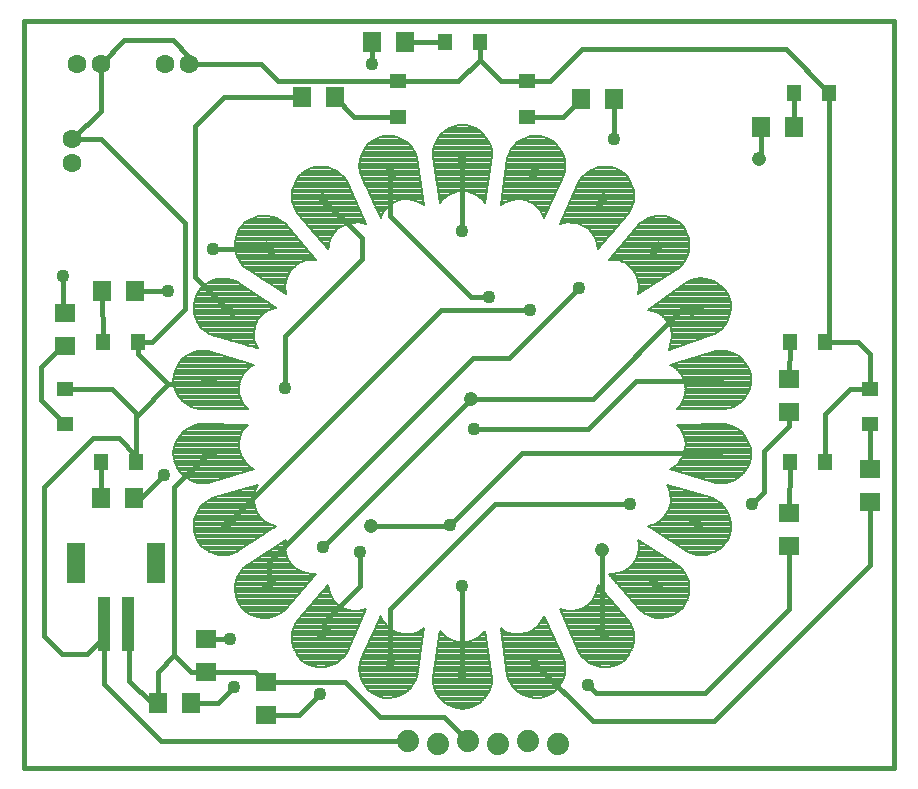
<source format=gtl>
G75*
%MOIN*%
%OFA0B0*%
%FSLAX25Y25*%
%IPPOS*%
%LPD*%
%AMOC8*
5,1,8,0,0,1.08239X$1,22.5*
%
%ADD10C,0.01600*%
%ADD11C,0.06299*%
%ADD12R,0.07087X0.06299*%
%ADD13R,0.06299X0.07087*%
%ADD14R,0.03937X0.18110*%
%ADD15R,0.06299X0.13386*%
%ADD16C,0.07400*%
%ADD17R,0.04724X0.05512*%
%ADD18R,0.05512X0.04724*%
%ADD19C,0.00800*%
%ADD20R,0.05000X0.02500*%
%ADD21R,0.02500X0.05000*%
%ADD22C,0.04756*%
%ADD23C,0.04362*%
D10*
X0099122Y0098622D02*
X0389122Y0098622D01*
X0389122Y0347622D01*
X0099122Y0347622D01*
X0099122Y0098622D01*
X0125622Y0126622D02*
X0144622Y0107622D01*
X0227122Y0107622D01*
X0217622Y0115622D02*
X0239122Y0115622D01*
X0247122Y0107622D01*
X0245122Y0130122D02*
X0245122Y0159122D01*
X0240622Y0179122D02*
X0241122Y0179622D01*
X0265122Y0203622D01*
X0329622Y0203622D01*
X0345622Y0204122D02*
X0345622Y0190622D01*
X0341622Y0186622D01*
X0354122Y0183634D02*
X0354217Y0200622D01*
X0345622Y0204122D02*
X0354110Y0212610D01*
X0354110Y0217122D01*
X0354122Y0217110D01*
X0354122Y0228134D02*
X0354217Y0240622D01*
X0366028Y0240622D02*
X0367528Y0242122D01*
X0367528Y0323622D01*
X0353028Y0338122D01*
X0285122Y0338122D01*
X0274528Y0327528D01*
X0266622Y0327528D01*
X0266528Y0327622D01*
X0258122Y0327622D01*
X0251028Y0334717D01*
X0243839Y0327528D01*
X0223622Y0327528D01*
X0183717Y0327528D01*
X0178122Y0333122D01*
X0154224Y0333122D01*
X0154059Y0333287D01*
X0154059Y0335685D01*
X0148622Y0341122D01*
X0132394Y0341122D01*
X0124559Y0333287D01*
X0124559Y0317661D01*
X0114957Y0308059D01*
X0124685Y0308059D01*
X0152622Y0280122D01*
X0152622Y0251622D01*
X0141622Y0240622D01*
X0137028Y0240622D01*
X0137028Y0236717D01*
X0147122Y0226622D01*
X0159622Y0226622D01*
X0160622Y0227622D01*
X0147122Y0226622D02*
X0136872Y0216372D01*
X0128217Y0225028D01*
X0112622Y0225028D01*
X0104622Y0221217D02*
X0104622Y0232122D01*
X0111610Y0239110D01*
X0112622Y0239110D01*
X0112622Y0250134D02*
X0112122Y0250634D01*
X0112122Y0262622D01*
X0125110Y0257622D02*
X0125217Y0240622D01*
X0136134Y0257622D02*
X0147122Y0257622D01*
X0156122Y0262122D02*
X0156122Y0312622D01*
X0165622Y0322122D01*
X0191610Y0322122D01*
X0202634Y0322122D02*
X0209039Y0315717D01*
X0223622Y0315717D01*
X0221122Y0297622D02*
X0221122Y0282622D01*
X0248122Y0255622D01*
X0254122Y0255622D01*
X0267622Y0251122D02*
X0238122Y0251122D01*
X0167122Y0180122D01*
X0180622Y0167122D02*
X0248622Y0235122D01*
X0260622Y0235122D01*
X0284122Y0258622D01*
X0318122Y0251122D02*
X0288622Y0221622D01*
X0248122Y0221622D01*
X0198622Y0172122D01*
X0211122Y0170622D02*
X0211122Y0159122D01*
X0199122Y0147122D01*
X0199122Y0143622D01*
X0180622Y0159622D02*
X0180622Y0167122D01*
X0167622Y0141622D02*
X0159634Y0141622D01*
X0159622Y0141634D01*
X0149122Y0136122D02*
X0143610Y0130610D01*
X0143610Y0120122D01*
X0141622Y0120122D01*
X0134122Y0127622D01*
X0134122Y0145992D01*
X0133559Y0146555D01*
X0125685Y0146555D02*
X0125622Y0146492D01*
X0125622Y0142122D01*
X0125622Y0126622D01*
X0120122Y0136622D02*
X0125622Y0142122D01*
X0120122Y0136622D02*
X0111622Y0136622D01*
X0105622Y0142622D01*
X0105622Y0192122D01*
X0122122Y0208622D01*
X0130622Y0208622D01*
X0136528Y0202717D01*
X0136528Y0200622D01*
X0136528Y0200217D01*
X0136528Y0200622D02*
X0136528Y0216028D01*
X0136872Y0216372D01*
X0124717Y0200622D02*
X0124610Y0188622D01*
X0135634Y0188622D02*
X0138122Y0188622D01*
X0145622Y0196122D01*
X0149122Y0192122D02*
X0160622Y0203622D01*
X0149122Y0192122D02*
X0149122Y0136122D01*
X0154634Y0130610D01*
X0159622Y0130610D01*
X0176146Y0130610D01*
X0179622Y0127134D01*
X0206110Y0127134D01*
X0217622Y0115622D01*
X0221122Y0133622D02*
X0221122Y0151622D01*
X0256122Y0186622D01*
X0301122Y0186622D01*
X0291622Y0171122D02*
X0291622Y0143622D01*
X0287122Y0126122D02*
X0289622Y0123622D01*
X0326122Y0123622D01*
X0354122Y0151622D01*
X0354122Y0172610D01*
X0381122Y0166122D02*
X0329122Y0114122D01*
X0288622Y0114122D01*
X0269122Y0133622D01*
X0240622Y0179122D02*
X0214622Y0179122D01*
X0249122Y0211622D02*
X0287122Y0211622D01*
X0303122Y0227622D01*
X0329622Y0227622D01*
X0323122Y0251122D02*
X0318122Y0251122D01*
X0366028Y0240622D02*
X0377122Y0240622D01*
X0381122Y0236622D01*
X0381122Y0225028D01*
X0374528Y0225028D01*
X0366122Y0216622D01*
X0366122Y0200717D01*
X0366028Y0200622D01*
X0381122Y0198134D02*
X0381122Y0213217D01*
X0381122Y0187110D02*
X0381122Y0166122D01*
X0245122Y0277622D02*
X0245122Y0301122D01*
X0266622Y0315717D02*
X0278705Y0315717D01*
X0284610Y0321622D01*
X0295622Y0321610D02*
X0295634Y0321622D01*
X0295622Y0321610D02*
X0295622Y0308122D01*
X0251028Y0334717D02*
X0251028Y0340622D01*
X0239217Y0340622D02*
X0226134Y0340622D01*
X0215122Y0340610D02*
X0215122Y0333122D01*
X0215122Y0340610D02*
X0215110Y0340622D01*
X0199122Y0287622D02*
X0211622Y0275122D01*
X0211622Y0268122D01*
X0186122Y0242622D01*
X0186122Y0225122D01*
X0167122Y0251122D02*
X0156122Y0262122D01*
X0162122Y0271622D02*
X0180622Y0271622D01*
X0112622Y0213217D02*
X0104622Y0221217D01*
X0169122Y0125622D02*
X0163622Y0120122D01*
X0154634Y0120122D01*
X0179622Y0116110D02*
X0190610Y0116110D01*
X0197622Y0123122D01*
X0344122Y0301622D02*
X0344610Y0302110D01*
X0344610Y0312122D01*
X0355634Y0312122D02*
X0355634Y0323622D01*
X0355717Y0323622D01*
D11*
X0154059Y0333287D03*
X0146185Y0333287D03*
X0124559Y0333287D03*
X0116685Y0333287D03*
X0114957Y0308059D03*
X0114957Y0300185D03*
D12*
X0112622Y0250134D03*
X0112622Y0239110D03*
X0159622Y0141634D03*
X0159622Y0130610D03*
X0179622Y0127134D03*
X0179622Y0116110D03*
X0354122Y0172610D03*
X0354122Y0183634D03*
X0381122Y0187110D03*
X0381122Y0198134D03*
X0354122Y0217110D03*
X0354122Y0228134D03*
D13*
X0355634Y0312122D03*
X0344610Y0312122D03*
X0295634Y0321622D03*
X0284610Y0321622D03*
X0226134Y0340622D03*
X0215110Y0340622D03*
X0202634Y0322122D03*
X0191610Y0322122D03*
X0136134Y0257622D03*
X0125110Y0257622D03*
X0124610Y0188622D03*
X0135634Y0188622D03*
X0143610Y0120122D03*
X0154634Y0120122D03*
D14*
X0133559Y0146555D03*
X0125685Y0146555D03*
D15*
X0116236Y0167028D03*
X0143008Y0167028D03*
D16*
X0227122Y0107622D03*
X0237122Y0106622D03*
X0247122Y0107622D03*
X0257122Y0106622D03*
X0267122Y0107622D03*
X0277122Y0106622D03*
D17*
X0354217Y0200622D03*
X0366028Y0200622D03*
X0366028Y0240622D03*
X0354217Y0240622D03*
X0355717Y0323622D03*
X0367528Y0323622D03*
X0251028Y0340622D03*
X0239217Y0340622D03*
X0137028Y0240622D03*
X0125217Y0240622D03*
X0124717Y0200622D03*
X0136528Y0200622D03*
D18*
X0112622Y0213217D03*
X0112622Y0225028D03*
X0223622Y0315717D03*
X0223622Y0327528D03*
X0266622Y0327528D03*
X0266622Y0315717D03*
X0381122Y0225028D03*
X0381122Y0213217D03*
D19*
X0341207Y0205077D02*
X0340788Y0206596D01*
X0340136Y0208031D01*
X0339268Y0209346D01*
X0338205Y0210509D01*
X0336973Y0211491D01*
X0335603Y0212269D01*
X0334128Y0212823D01*
X0332585Y0213139D01*
X0316661Y0213047D01*
X0317642Y0211967D01*
X0318439Y0210744D01*
X0319031Y0209409D01*
X0319402Y0207997D01*
X0319544Y0206545D01*
X0319452Y0205088D01*
X0319128Y0203664D01*
X0318583Y0202310D01*
X0317828Y0201061D01*
X0316883Y0199947D01*
X0315774Y0198999D01*
X0314527Y0198240D01*
X0329777Y0193656D01*
X0331347Y0193523D01*
X0332918Y0193638D01*
X0334453Y0193997D01*
X0335912Y0194592D01*
X0337260Y0195408D01*
X0338464Y0196424D01*
X0339494Y0197616D01*
X0340325Y0198955D01*
X0340936Y0200407D01*
X0341312Y0201937D01*
X0341383Y0203511D01*
X0341207Y0205077D01*
X0341213Y0205026D02*
X0319437Y0205026D01*
X0319498Y0205824D02*
X0341001Y0205824D01*
X0340776Y0206623D02*
X0319536Y0206623D01*
X0319458Y0207421D02*
X0340413Y0207421D01*
X0340011Y0208220D02*
X0319344Y0208220D01*
X0319134Y0209018D02*
X0339484Y0209018D01*
X0338838Y0209817D02*
X0318850Y0209817D01*
X0318496Y0210615D02*
X0338072Y0210615D01*
X0337071Y0211414D02*
X0318003Y0211414D01*
X0317420Y0212212D02*
X0335704Y0212212D01*
X0333212Y0213011D02*
X0316694Y0213011D01*
X0316661Y0218197D02*
X0332585Y0218105D01*
X0334128Y0218421D01*
X0335603Y0218975D01*
X0336974Y0219753D01*
X0338205Y0220735D01*
X0339268Y0221898D01*
X0340136Y0223213D01*
X0340788Y0224648D01*
X0341207Y0226167D01*
X0341383Y0227733D01*
X0341312Y0229307D01*
X0340936Y0230837D01*
X0340324Y0232289D01*
X0339494Y0233628D01*
X0338464Y0234820D01*
X0337260Y0235836D01*
X0335912Y0236652D01*
X0334453Y0237247D01*
X0332918Y0237606D01*
X0331347Y0237721D01*
X0329777Y0237589D01*
X0314527Y0233004D01*
X0315774Y0232245D01*
X0316883Y0231297D01*
X0317828Y0230183D01*
X0318583Y0228934D01*
X0319128Y0227580D01*
X0319452Y0226156D01*
X0319544Y0224700D01*
X0319402Y0223247D01*
X0319031Y0221835D01*
X0318439Y0220500D01*
X0317642Y0219277D01*
X0316661Y0218197D01*
X0317027Y0218600D02*
X0334605Y0218600D01*
X0336350Y0219399D02*
X0317722Y0219399D01*
X0318242Y0220197D02*
X0337531Y0220197D01*
X0338444Y0220996D02*
X0318659Y0220996D01*
X0319013Y0221794D02*
X0339173Y0221794D01*
X0339727Y0222593D02*
X0319230Y0222593D01*
X0319416Y0223391D02*
X0340217Y0223391D01*
X0340580Y0224190D02*
X0319494Y0224190D01*
X0319525Y0224988D02*
X0340882Y0224988D01*
X0341102Y0225787D02*
X0319475Y0225787D01*
X0319354Y0226585D02*
X0341254Y0226585D01*
X0341344Y0227384D02*
X0319173Y0227384D01*
X0318886Y0228182D02*
X0341363Y0228182D01*
X0341327Y0228981D02*
X0318554Y0228981D01*
X0318072Y0229779D02*
X0341196Y0229779D01*
X0340999Y0230578D02*
X0317493Y0230578D01*
X0316790Y0231376D02*
X0340709Y0231376D01*
X0340372Y0232175D02*
X0315856Y0232175D01*
X0314578Y0232973D02*
X0339900Y0232973D01*
X0339369Y0233772D02*
X0317080Y0233772D01*
X0319737Y0234570D02*
X0338679Y0234570D01*
X0337813Y0235369D02*
X0322393Y0235369D01*
X0325049Y0236167D02*
X0336712Y0236167D01*
X0335142Y0236966D02*
X0327706Y0236966D01*
X0322700Y0240959D02*
X0314866Y0240959D01*
X0314849Y0240762D02*
X0314491Y0239347D01*
X0313912Y0238006D01*
X0329008Y0243077D01*
X0330366Y0243877D01*
X0331582Y0244878D01*
X0332626Y0246058D01*
X0333473Y0247387D01*
X0334102Y0248831D01*
X0334497Y0250357D01*
X0334649Y0251925D01*
X0334554Y0253498D01*
X0334213Y0255036D01*
X0333636Y0256502D01*
X0332785Y0257828D01*
X0331736Y0259004D01*
X0330516Y0260001D01*
X0329155Y0260796D01*
X0327687Y0261367D01*
X0326148Y0261703D01*
X0324574Y0261793D01*
X0323007Y0261636D01*
X0321483Y0261235D01*
X0320040Y0260601D01*
X0307097Y0251325D01*
X0308523Y0251010D01*
X0309880Y0250472D01*
X0311134Y0249725D01*
X0312253Y0248787D01*
X0313208Y0247683D01*
X0313975Y0246441D01*
X0314534Y0245093D01*
X0314870Y0243672D01*
X0314976Y0242216D01*
X0314849Y0240762D01*
X0314697Y0240160D02*
X0320323Y0240160D01*
X0317946Y0239362D02*
X0314495Y0239362D01*
X0314153Y0238563D02*
X0315569Y0238563D01*
X0314936Y0241757D02*
X0325077Y0241757D01*
X0327454Y0242556D02*
X0314952Y0242556D01*
X0314894Y0243354D02*
X0329478Y0243354D01*
X0330701Y0244153D02*
X0314756Y0244153D01*
X0314567Y0244951D02*
X0331646Y0244951D01*
X0332353Y0245750D02*
X0314261Y0245750D01*
X0313909Y0246548D02*
X0332939Y0246548D01*
X0333448Y0247347D02*
X0313416Y0247347D01*
X0312808Y0248145D02*
X0333804Y0248145D01*
X0334131Y0248944D02*
X0312066Y0248944D01*
X0311105Y0249742D02*
X0334338Y0249742D01*
X0334515Y0250541D02*
X0309707Y0250541D01*
X0308232Y0252138D02*
X0334636Y0252138D01*
X0334588Y0252936D02*
X0309346Y0252936D01*
X0310460Y0253735D02*
X0334501Y0253735D01*
X0334324Y0254533D02*
X0311574Y0254533D01*
X0312688Y0255332D02*
X0334097Y0255332D01*
X0333783Y0256130D02*
X0313802Y0256130D01*
X0314916Y0256929D02*
X0333362Y0256929D01*
X0332849Y0257727D02*
X0316030Y0257727D01*
X0317144Y0258526D02*
X0332162Y0258526D01*
X0331344Y0259324D02*
X0318259Y0259324D01*
X0319373Y0260123D02*
X0330308Y0260123D01*
X0328833Y0260921D02*
X0320768Y0260921D01*
X0323848Y0261720D02*
X0325845Y0261720D01*
X0319128Y0267309D02*
X0298509Y0267309D01*
X0298313Y0267406D02*
X0299623Y0266762D01*
X0300814Y0265918D01*
X0301855Y0264894D01*
X0302720Y0263718D01*
X0303386Y0262419D01*
X0303836Y0261030D01*
X0304059Y0259588D01*
X0304049Y0258128D01*
X0303807Y0256688D01*
X0317257Y0265214D01*
X0318385Y0266314D01*
X0319327Y0267577D01*
X0320060Y0268971D01*
X0320566Y0270464D01*
X0320832Y0272017D01*
X0320852Y0273592D01*
X0320625Y0275151D01*
X0320157Y0276656D01*
X0319459Y0278069D01*
X0318549Y0279355D01*
X0317406Y0280439D01*
X0316107Y0281331D01*
X0314685Y0282009D01*
X0313174Y0282456D01*
X0311611Y0282661D01*
X0310036Y0282619D01*
X0308487Y0282331D01*
X0307002Y0281805D01*
X0305618Y0281052D01*
X0304368Y0280093D01*
X0294011Y0267996D01*
X0295471Y0268031D01*
X0296917Y0267832D01*
X0298313Y0267406D01*
X0299978Y0266511D02*
X0318532Y0266511D01*
X0317768Y0265712D02*
X0301023Y0265712D01*
X0301835Y0264914D02*
X0316784Y0264914D01*
X0315524Y0264115D02*
X0302428Y0264115D01*
X0302925Y0263317D02*
X0314264Y0263317D01*
X0313005Y0262518D02*
X0303335Y0262518D01*
X0303612Y0261720D02*
X0311745Y0261720D01*
X0310485Y0260921D02*
X0303853Y0260921D01*
X0303976Y0260123D02*
X0309225Y0260123D01*
X0307966Y0259324D02*
X0304057Y0259324D01*
X0304052Y0258526D02*
X0306706Y0258526D01*
X0305446Y0257727D02*
X0303982Y0257727D01*
X0303847Y0256929D02*
X0304186Y0256929D01*
X0307118Y0251339D02*
X0334592Y0251339D01*
X0319606Y0268108D02*
X0294107Y0268108D01*
X0294791Y0268906D02*
X0320026Y0268906D01*
X0320308Y0269705D02*
X0295474Y0269705D01*
X0296158Y0270503D02*
X0320572Y0270503D01*
X0320709Y0271302D02*
X0296842Y0271302D01*
X0297525Y0272100D02*
X0320833Y0272100D01*
X0320843Y0272899D02*
X0298209Y0272899D01*
X0298893Y0273698D02*
X0320836Y0273698D01*
X0320720Y0274496D02*
X0299576Y0274496D01*
X0300260Y0275295D02*
X0320580Y0275295D01*
X0320332Y0276093D02*
X0300944Y0276093D01*
X0301627Y0276892D02*
X0320041Y0276892D01*
X0319646Y0277690D02*
X0302311Y0277690D01*
X0302995Y0278489D02*
X0319162Y0278489D01*
X0318598Y0279287D02*
X0303678Y0279287D01*
X0304362Y0280086D02*
X0317779Y0280086D01*
X0316758Y0280884D02*
X0305399Y0280884D01*
X0306778Y0281683D02*
X0315369Y0281683D01*
X0312979Y0282481D02*
X0309295Y0282481D01*
X0301527Y0285004D02*
X0302074Y0286481D01*
X0302384Y0288026D01*
X0302447Y0289601D01*
X0302264Y0291166D01*
X0301838Y0292683D01*
X0301181Y0294114D01*
X0300307Y0295426D01*
X0299239Y0296584D01*
X0298003Y0297561D01*
X0296600Y0298278D01*
X0295102Y0298767D01*
X0293546Y0299016D01*
X0291970Y0299018D01*
X0290414Y0298773D01*
X0288915Y0298288D01*
X0287510Y0297575D01*
X0286234Y0296651D01*
X0285118Y0295538D01*
X0284190Y0294265D01*
X0277670Y0279736D01*
X0279061Y0280181D01*
X0280504Y0280399D01*
X0281964Y0280384D01*
X0283402Y0280137D01*
X0284783Y0279663D01*
X0286071Y0278975D01*
X0287232Y0278091D01*
X0288238Y0277032D01*
X0289062Y0275827D01*
X0289683Y0274506D01*
X0290086Y0273103D01*
X0290260Y0271654D01*
X0300755Y0283630D01*
X0301527Y0285004D01*
X0301456Y0284877D02*
X0279977Y0284877D01*
X0280336Y0285675D02*
X0301776Y0285675D01*
X0302071Y0286474D02*
X0280694Y0286474D01*
X0281052Y0287272D02*
X0302233Y0287272D01*
X0302385Y0288071D02*
X0281411Y0288071D01*
X0281769Y0288869D02*
X0302418Y0288869D01*
X0302440Y0289668D02*
X0282127Y0289668D01*
X0282486Y0290466D02*
X0302346Y0290466D01*
X0302236Y0291265D02*
X0282844Y0291265D01*
X0283202Y0292063D02*
X0302012Y0292063D01*
X0301756Y0292862D02*
X0283561Y0292862D01*
X0283919Y0293660D02*
X0301389Y0293660D01*
X0300951Y0294459D02*
X0284332Y0294459D01*
X0284914Y0295257D02*
X0300419Y0295257D01*
X0299726Y0296056D02*
X0285637Y0296056D01*
X0286515Y0296854D02*
X0298897Y0296854D01*
X0297823Y0297653D02*
X0287663Y0297653D01*
X0289419Y0298451D02*
X0296069Y0298451D01*
X0301007Y0284078D02*
X0279619Y0284078D01*
X0279260Y0283280D02*
X0300448Y0283280D01*
X0299749Y0282481D02*
X0278902Y0282481D01*
X0278544Y0281683D02*
X0299049Y0281683D01*
X0298349Y0280884D02*
X0278185Y0280884D01*
X0277827Y0280086D02*
X0278761Y0280086D01*
X0283551Y0280086D02*
X0297649Y0280086D01*
X0296949Y0279287D02*
X0285487Y0279287D01*
X0286710Y0278489D02*
X0296250Y0278489D01*
X0295550Y0277690D02*
X0287613Y0277690D01*
X0288334Y0276892D02*
X0294850Y0276892D01*
X0294150Y0276093D02*
X0288880Y0276093D01*
X0289312Y0275295D02*
X0293450Y0275295D01*
X0292751Y0274496D02*
X0289686Y0274496D01*
X0289915Y0273698D02*
X0292051Y0273698D01*
X0291351Y0272899D02*
X0290110Y0272899D01*
X0290206Y0272100D02*
X0290651Y0272100D01*
X0274062Y0285675D02*
X0269885Y0285675D01*
X0269996Y0285584D02*
X0270965Y0284493D01*
X0271748Y0283260D01*
X0272324Y0281919D01*
X0279011Y0296371D01*
X0279363Y0297907D01*
X0279471Y0299479D01*
X0279332Y0301048D01*
X0278948Y0302577D01*
X0278331Y0304026D01*
X0277494Y0305361D01*
X0276459Y0306549D01*
X0275250Y0307560D01*
X0273899Y0308370D01*
X0272437Y0308958D01*
X0270889Y0309250D01*
X0269314Y0309296D01*
X0267751Y0309095D01*
X0266239Y0308652D01*
X0264815Y0307978D01*
X0263513Y0307090D01*
X0262367Y0306009D01*
X0261404Y0304762D01*
X0260648Y0303380D01*
X0260117Y0301896D01*
X0257964Y0286118D01*
X0259172Y0286938D01*
X0260496Y0287554D01*
X0261900Y0287952D01*
X0263350Y0288121D01*
X0264809Y0288056D01*
X0266238Y0287760D01*
X0267602Y0287239D01*
X0268865Y0286508D01*
X0269996Y0285584D01*
X0270624Y0284877D02*
X0273692Y0284877D01*
X0273323Y0284078D02*
X0271228Y0284078D01*
X0271735Y0283280D02*
X0272953Y0283280D01*
X0272584Y0282481D02*
X0272082Y0282481D01*
X0274431Y0286474D02*
X0268907Y0286474D01*
X0267515Y0287272D02*
X0274801Y0287272D01*
X0275170Y0288071D02*
X0264474Y0288071D01*
X0262922Y0288071D02*
X0258231Y0288071D01*
X0258340Y0288869D02*
X0275540Y0288869D01*
X0275909Y0289668D02*
X0258449Y0289668D01*
X0258558Y0290466D02*
X0276279Y0290466D01*
X0276648Y0291265D02*
X0258667Y0291265D01*
X0258776Y0292063D02*
X0277018Y0292063D01*
X0277387Y0292862D02*
X0258885Y0292862D01*
X0258993Y0293660D02*
X0277757Y0293660D01*
X0278126Y0294459D02*
X0259102Y0294459D01*
X0259211Y0295257D02*
X0278496Y0295257D01*
X0278865Y0296056D02*
X0259320Y0296056D01*
X0259429Y0296854D02*
X0279122Y0296854D01*
X0279305Y0297653D02*
X0259538Y0297653D01*
X0259647Y0298451D02*
X0279401Y0298451D01*
X0279455Y0299250D02*
X0259756Y0299250D01*
X0259865Y0300048D02*
X0279420Y0300048D01*
X0279349Y0300847D02*
X0259974Y0300847D01*
X0260083Y0301645D02*
X0279182Y0301645D01*
X0278982Y0302444D02*
X0260313Y0302444D01*
X0260599Y0303242D02*
X0278665Y0303242D01*
X0278321Y0304041D02*
X0261010Y0304041D01*
X0261464Y0304839D02*
X0277821Y0304839D01*
X0277253Y0305638D02*
X0262081Y0305638D01*
X0262820Y0306436D02*
X0276557Y0306436D01*
X0275639Y0307235D02*
X0263726Y0307235D01*
X0264931Y0308034D02*
X0274460Y0308034D01*
X0272751Y0308832D02*
X0266852Y0308832D01*
X0254534Y0305809D02*
X0253960Y0307276D01*
X0253163Y0308635D01*
X0252163Y0309853D01*
X0250985Y0310900D01*
X0249658Y0311749D01*
X0248215Y0312381D01*
X0246690Y0312779D01*
X0245122Y0312933D01*
X0243554Y0312779D01*
X0242029Y0312381D01*
X0240586Y0311749D01*
X0239259Y0310900D01*
X0238081Y0309853D01*
X0237081Y0308635D01*
X0236285Y0307276D01*
X0235710Y0305809D01*
X0235372Y0304270D01*
X0235280Y0302697D01*
X0237642Y0286949D01*
X0238571Y0288075D01*
X0239668Y0289038D01*
X0240905Y0289814D01*
X0242249Y0290383D01*
X0243667Y0290730D01*
X0245122Y0290847D01*
X0246577Y0290730D01*
X0247995Y0290383D01*
X0249339Y0289814D01*
X0250576Y0289038D01*
X0251673Y0288075D01*
X0252602Y0286949D01*
X0254965Y0302697D01*
X0254872Y0304270D01*
X0254534Y0305809D01*
X0254571Y0305638D02*
X0235673Y0305638D01*
X0235497Y0304839D02*
X0254747Y0304839D01*
X0254885Y0304041D02*
X0235359Y0304041D01*
X0235312Y0303242D02*
X0254932Y0303242D01*
X0254927Y0302444D02*
X0235317Y0302444D01*
X0235437Y0301645D02*
X0254807Y0301645D01*
X0254687Y0300847D02*
X0235557Y0300847D01*
X0235677Y0300048D02*
X0254567Y0300048D01*
X0254448Y0299250D02*
X0235797Y0299250D01*
X0235916Y0298451D02*
X0254328Y0298451D01*
X0254208Y0297653D02*
X0236036Y0297653D01*
X0236156Y0296854D02*
X0254088Y0296854D01*
X0253968Y0296056D02*
X0236276Y0296056D01*
X0236395Y0295257D02*
X0253849Y0295257D01*
X0253729Y0294459D02*
X0236515Y0294459D01*
X0236635Y0293660D02*
X0253609Y0293660D01*
X0253489Y0292862D02*
X0236755Y0292862D01*
X0236875Y0292063D02*
X0253370Y0292063D01*
X0253250Y0291265D02*
X0236994Y0291265D01*
X0237114Y0290466D02*
X0242591Y0290466D01*
X0240672Y0289668D02*
X0237234Y0289668D01*
X0237354Y0288869D02*
X0239476Y0288869D01*
X0238568Y0288071D02*
X0237473Y0288071D01*
X0237593Y0287272D02*
X0237909Y0287272D01*
X0232231Y0286474D02*
X0231755Y0286474D01*
X0232280Y0286118D02*
X0230127Y0301896D01*
X0229596Y0303380D01*
X0228840Y0304762D01*
X0227877Y0306009D01*
X0226731Y0307090D01*
X0225430Y0307979D01*
X0224005Y0308653D01*
X0222493Y0309095D01*
X0220930Y0309296D01*
X0219355Y0309250D01*
X0217807Y0308958D01*
X0216345Y0308370D01*
X0214994Y0307560D01*
X0213785Y0306549D01*
X0212750Y0305361D01*
X0211913Y0304026D01*
X0211296Y0302577D01*
X0210913Y0301048D01*
X0210773Y0299479D01*
X0210881Y0297907D01*
X0211233Y0296371D01*
X0217920Y0281919D01*
X0218496Y0283260D01*
X0219279Y0284493D01*
X0220248Y0285584D01*
X0221379Y0286508D01*
X0222642Y0287239D01*
X0224006Y0287760D01*
X0225435Y0288056D01*
X0226894Y0288121D01*
X0228344Y0287952D01*
X0229748Y0287554D01*
X0231072Y0286938D01*
X0232280Y0286118D01*
X0232122Y0287272D02*
X0230354Y0287272D01*
X0232013Y0288071D02*
X0227322Y0288071D01*
X0225770Y0288071D02*
X0215074Y0288071D01*
X0214704Y0288869D02*
X0231904Y0288869D01*
X0231795Y0289668D02*
X0214335Y0289668D01*
X0213965Y0290466D02*
X0231686Y0290466D01*
X0231577Y0291265D02*
X0213596Y0291265D01*
X0213226Y0292063D02*
X0231468Y0292063D01*
X0231360Y0292862D02*
X0212857Y0292862D01*
X0212487Y0293660D02*
X0231251Y0293660D01*
X0231142Y0294459D02*
X0212118Y0294459D01*
X0211748Y0295257D02*
X0231033Y0295257D01*
X0230924Y0296056D02*
X0211379Y0296056D01*
X0211122Y0296854D02*
X0230815Y0296854D01*
X0230706Y0297653D02*
X0210939Y0297653D01*
X0210844Y0298451D02*
X0230597Y0298451D01*
X0230488Y0299250D02*
X0210789Y0299250D01*
X0210824Y0300048D02*
X0230379Y0300048D01*
X0230270Y0300847D02*
X0210895Y0300847D01*
X0211062Y0301645D02*
X0230161Y0301645D01*
X0229931Y0302444D02*
X0211263Y0302444D01*
X0211580Y0303242D02*
X0229645Y0303242D01*
X0229235Y0304041D02*
X0211923Y0304041D01*
X0212423Y0304839D02*
X0228780Y0304839D01*
X0228164Y0305638D02*
X0212991Y0305638D01*
X0213687Y0306436D02*
X0227424Y0306436D01*
X0226519Y0307235D02*
X0214605Y0307235D01*
X0215784Y0308034D02*
X0225313Y0308034D01*
X0223392Y0308832D02*
X0217493Y0308832D01*
X0205107Y0296056D02*
X0191018Y0296056D01*
X0191505Y0296584D02*
X0190437Y0295426D01*
X0189564Y0294114D01*
X0188906Y0292683D01*
X0188480Y0291166D01*
X0188297Y0289601D01*
X0188361Y0288026D01*
X0188670Y0286481D01*
X0189217Y0285004D01*
X0189989Y0283630D01*
X0200484Y0271654D01*
X0200658Y0273103D01*
X0201061Y0274506D01*
X0201682Y0275827D01*
X0202506Y0277032D01*
X0203512Y0278091D01*
X0204673Y0278975D01*
X0205961Y0279663D01*
X0207342Y0280137D01*
X0208780Y0280384D01*
X0210240Y0280399D01*
X0211684Y0280181D01*
X0213074Y0279736D01*
X0206554Y0294265D01*
X0205626Y0295538D01*
X0204510Y0296651D01*
X0203234Y0297575D01*
X0201829Y0298289D01*
X0200330Y0298773D01*
X0198774Y0299018D01*
X0197198Y0299016D01*
X0195642Y0298767D01*
X0194144Y0298278D01*
X0192741Y0297561D01*
X0191505Y0296584D01*
X0191847Y0296854D02*
X0204229Y0296854D01*
X0203081Y0297653D02*
X0192921Y0297653D01*
X0194675Y0298451D02*
X0201326Y0298451D01*
X0205830Y0295257D02*
X0190325Y0295257D01*
X0189793Y0294459D02*
X0206412Y0294459D01*
X0206825Y0293660D02*
X0189355Y0293660D01*
X0188988Y0292862D02*
X0207183Y0292862D01*
X0207542Y0292063D02*
X0188732Y0292063D01*
X0188508Y0291265D02*
X0207900Y0291265D01*
X0208258Y0290466D02*
X0188398Y0290466D01*
X0188305Y0289668D02*
X0208617Y0289668D01*
X0208975Y0288869D02*
X0188326Y0288869D01*
X0188359Y0288071D02*
X0209333Y0288071D01*
X0209692Y0287272D02*
X0188512Y0287272D01*
X0188673Y0286474D02*
X0210050Y0286474D01*
X0210409Y0285675D02*
X0188968Y0285675D01*
X0189288Y0284877D02*
X0210767Y0284877D01*
X0211125Y0284078D02*
X0189737Y0284078D01*
X0190296Y0283280D02*
X0211484Y0283280D01*
X0211842Y0282481D02*
X0190995Y0282481D01*
X0191695Y0281683D02*
X0212200Y0281683D01*
X0212559Y0280884D02*
X0192395Y0280884D01*
X0193095Y0280086D02*
X0207193Y0280086D01*
X0205257Y0279287D02*
X0193795Y0279287D01*
X0194494Y0278489D02*
X0204034Y0278489D01*
X0203131Y0277690D02*
X0195194Y0277690D01*
X0195894Y0276892D02*
X0202410Y0276892D01*
X0201864Y0276093D02*
X0196594Y0276093D01*
X0197294Y0275295D02*
X0201432Y0275295D01*
X0201058Y0274496D02*
X0197993Y0274496D01*
X0198693Y0273698D02*
X0200829Y0273698D01*
X0200634Y0272899D02*
X0199393Y0272899D01*
X0200093Y0272100D02*
X0200538Y0272100D01*
X0196137Y0268108D02*
X0170638Y0268108D01*
X0170917Y0267577D02*
X0171859Y0266314D01*
X0172987Y0265214D01*
X0186437Y0256688D01*
X0186195Y0258128D01*
X0186185Y0259588D01*
X0186408Y0261030D01*
X0186858Y0262419D01*
X0187524Y0263718D01*
X0188389Y0264894D01*
X0189430Y0265918D01*
X0190621Y0266762D01*
X0191931Y0267406D01*
X0193327Y0267832D01*
X0194773Y0268031D01*
X0196233Y0267996D01*
X0185876Y0280093D01*
X0184626Y0281052D01*
X0183242Y0281805D01*
X0181757Y0282331D01*
X0180208Y0282619D01*
X0178633Y0282661D01*
X0177070Y0282456D01*
X0175559Y0282009D01*
X0174137Y0281331D01*
X0172838Y0280439D01*
X0171695Y0279355D01*
X0170785Y0278069D01*
X0170087Y0276656D01*
X0169619Y0275151D01*
X0169393Y0273592D01*
X0169413Y0272017D01*
X0169679Y0270464D01*
X0170184Y0268971D01*
X0170917Y0267577D01*
X0171117Y0267309D02*
X0191735Y0267309D01*
X0190266Y0266511D02*
X0171712Y0266511D01*
X0172476Y0265712D02*
X0189221Y0265712D01*
X0188409Y0264914D02*
X0173460Y0264914D01*
X0174720Y0264115D02*
X0187816Y0264115D01*
X0187319Y0263317D02*
X0175980Y0263317D01*
X0177240Y0262518D02*
X0186909Y0262518D01*
X0186632Y0261720D02*
X0178499Y0261720D01*
X0179759Y0260921D02*
X0186391Y0260921D01*
X0186268Y0260123D02*
X0181019Y0260123D01*
X0182279Y0259324D02*
X0186187Y0259324D01*
X0186192Y0258526D02*
X0183538Y0258526D01*
X0184798Y0257727D02*
X0186262Y0257727D01*
X0186397Y0256929D02*
X0186058Y0256929D01*
X0182988Y0252138D02*
X0155582Y0252138D01*
X0155571Y0251401D02*
X0155595Y0252977D01*
X0155865Y0254529D01*
X0156374Y0256020D01*
X0157165Y0257383D01*
X0158160Y0258605D01*
X0159333Y0259657D01*
X0160656Y0260512D01*
X0162097Y0261150D01*
X0163620Y0261555D01*
X0165187Y0261716D01*
X0166760Y0261630D01*
X0168301Y0261299D01*
X0169771Y0260731D01*
X0183121Y0252051D01*
X0181711Y0251672D01*
X0180380Y0251074D01*
X0179161Y0250270D01*
X0178086Y0249283D01*
X0177182Y0248137D01*
X0176472Y0246861D01*
X0175975Y0245488D01*
X0175703Y0244054D01*
X0175663Y0242595D01*
X0175857Y0241148D01*
X0176278Y0239750D01*
X0176917Y0238438D01*
X0161607Y0242819D01*
X0160215Y0243556D01*
X0158954Y0244501D01*
X0157857Y0245632D01*
X0156951Y0246921D01*
X0156257Y0248336D01*
X0155793Y0249842D01*
X0155571Y0251401D01*
X0155579Y0251339D02*
X0180970Y0251339D01*
X0179572Y0250541D02*
X0155693Y0250541D01*
X0155824Y0249742D02*
X0178586Y0249742D01*
X0177819Y0248944D02*
X0156070Y0248944D01*
X0156351Y0248145D02*
X0177189Y0248145D01*
X0176743Y0247347D02*
X0156742Y0247347D01*
X0157213Y0246548D02*
X0176359Y0246548D01*
X0176070Y0245750D02*
X0157775Y0245750D01*
X0158518Y0244951D02*
X0175873Y0244951D01*
X0175722Y0244153D02*
X0159419Y0244153D01*
X0160596Y0243354D02*
X0175684Y0243354D01*
X0175669Y0242556D02*
X0162527Y0242556D01*
X0165318Y0241757D02*
X0175775Y0241757D01*
X0175914Y0240959D02*
X0168108Y0240959D01*
X0170898Y0240160D02*
X0176155Y0240160D01*
X0176467Y0239362D02*
X0173689Y0239362D01*
X0176479Y0238563D02*
X0176856Y0238563D01*
X0175717Y0233004D02*
X0160467Y0237589D01*
X0158897Y0237721D01*
X0157326Y0237606D01*
X0155791Y0237247D01*
X0154332Y0236652D01*
X0152984Y0235837D01*
X0151780Y0234820D01*
X0150750Y0233628D01*
X0149920Y0232289D01*
X0149308Y0230837D01*
X0148932Y0229307D01*
X0148861Y0227733D01*
X0149037Y0226167D01*
X0149456Y0224648D01*
X0150108Y0223213D01*
X0150976Y0221898D01*
X0152039Y0220735D01*
X0153271Y0219753D01*
X0154641Y0218975D01*
X0156116Y0218421D01*
X0157660Y0218105D01*
X0173583Y0218197D01*
X0172602Y0219277D01*
X0171805Y0220500D01*
X0171213Y0221835D01*
X0170842Y0223247D01*
X0170701Y0224700D01*
X0170793Y0226156D01*
X0171116Y0227580D01*
X0171662Y0228934D01*
X0172416Y0230183D01*
X0173361Y0231297D01*
X0174470Y0232245D01*
X0175717Y0233004D01*
X0175666Y0232973D02*
X0150344Y0232973D01*
X0149872Y0232175D02*
X0174388Y0232175D01*
X0173454Y0231376D02*
X0149535Y0231376D01*
X0149245Y0230578D02*
X0172751Y0230578D01*
X0172172Y0229779D02*
X0149048Y0229779D01*
X0148917Y0228981D02*
X0171690Y0228981D01*
X0171358Y0228182D02*
X0148881Y0228182D01*
X0148900Y0227384D02*
X0171071Y0227384D01*
X0170890Y0226585D02*
X0148990Y0226585D01*
X0149142Y0225787D02*
X0170769Y0225787D01*
X0170719Y0224988D02*
X0149363Y0224988D01*
X0149665Y0224190D02*
X0170750Y0224190D01*
X0170828Y0223391D02*
X0150027Y0223391D01*
X0150518Y0222593D02*
X0171014Y0222593D01*
X0171231Y0221794D02*
X0151071Y0221794D01*
X0151801Y0220996D02*
X0171585Y0220996D01*
X0172002Y0220197D02*
X0152713Y0220197D01*
X0153894Y0219399D02*
X0172523Y0219399D01*
X0173217Y0218600D02*
X0155639Y0218600D01*
X0157032Y0213011D02*
X0173550Y0213011D01*
X0173583Y0213047D02*
X0157660Y0213139D01*
X0156116Y0212823D01*
X0154641Y0212269D01*
X0153271Y0211491D01*
X0152039Y0210509D01*
X0150976Y0209346D01*
X0150108Y0208031D01*
X0149456Y0206596D01*
X0149037Y0205077D01*
X0148861Y0203512D01*
X0148932Y0201937D01*
X0149308Y0200407D01*
X0149920Y0198955D01*
X0150750Y0197616D01*
X0151781Y0196424D01*
X0152984Y0195408D01*
X0154332Y0194592D01*
X0155792Y0193997D01*
X0157326Y0193638D01*
X0158897Y0193523D01*
X0160467Y0193656D01*
X0175717Y0198240D01*
X0174470Y0198999D01*
X0173361Y0199947D01*
X0172416Y0201061D01*
X0171662Y0202310D01*
X0171116Y0203664D01*
X0170793Y0205088D01*
X0170701Y0206545D01*
X0170842Y0207997D01*
X0171213Y0209409D01*
X0171805Y0210744D01*
X0172602Y0211967D01*
X0173583Y0213047D01*
X0172825Y0212212D02*
X0154540Y0212212D01*
X0153173Y0211414D02*
X0172241Y0211414D01*
X0171748Y0210615D02*
X0152172Y0210615D01*
X0151406Y0209817D02*
X0171394Y0209817D01*
X0171110Y0209018D02*
X0150759Y0209018D01*
X0150232Y0208220D02*
X0170900Y0208220D01*
X0170786Y0207421D02*
X0149831Y0207421D01*
X0149468Y0206623D02*
X0170708Y0206623D01*
X0170746Y0205824D02*
X0149243Y0205824D01*
X0149031Y0205026D02*
X0170807Y0205026D01*
X0170988Y0204227D02*
X0148942Y0204227D01*
X0148865Y0203429D02*
X0171211Y0203429D01*
X0171533Y0202630D02*
X0148901Y0202630D01*
X0148958Y0201831D02*
X0171951Y0201831D01*
X0172440Y0201033D02*
X0149154Y0201033D01*
X0149381Y0200234D02*
X0173117Y0200234D01*
X0173959Y0199436D02*
X0149717Y0199436D01*
X0150117Y0198637D02*
X0175064Y0198637D01*
X0174384Y0197839D02*
X0150612Y0197839D01*
X0151248Y0197040D02*
X0171728Y0197040D01*
X0169071Y0196242D02*
X0151996Y0196242D01*
X0152942Y0195443D02*
X0166415Y0195443D01*
X0163758Y0194645D02*
X0154245Y0194645D01*
X0156436Y0193846D02*
X0161102Y0193846D01*
X0163809Y0189055D02*
X0175718Y0189055D01*
X0175663Y0188649D02*
X0175857Y0190096D01*
X0176278Y0191494D01*
X0176917Y0192806D01*
X0161607Y0188425D01*
X0160215Y0187689D01*
X0158954Y0186743D01*
X0157857Y0185612D01*
X0156951Y0184323D01*
X0156257Y0182908D01*
X0155793Y0181403D01*
X0155570Y0179843D01*
X0155595Y0178267D01*
X0155865Y0176715D01*
X0156374Y0175224D01*
X0157165Y0173861D01*
X0158160Y0172639D01*
X0159333Y0171587D01*
X0160656Y0170732D01*
X0162097Y0170094D01*
X0163620Y0169690D01*
X0165187Y0169528D01*
X0166760Y0169614D01*
X0168301Y0169945D01*
X0169771Y0170513D01*
X0183121Y0179193D01*
X0181711Y0179572D01*
X0180380Y0180170D01*
X0179161Y0180974D01*
X0178086Y0181961D01*
X0177182Y0183108D01*
X0176472Y0184383D01*
X0175975Y0185756D01*
X0175703Y0187190D01*
X0175663Y0188649D01*
X0175674Y0188257D02*
X0161289Y0188257D01*
X0159908Y0187458D02*
X0175696Y0187458D01*
X0175804Y0186660D02*
X0158874Y0186660D01*
X0158099Y0185861D02*
X0175955Y0185861D01*
X0176226Y0185063D02*
X0157471Y0185063D01*
X0156922Y0184264D02*
X0176539Y0184264D01*
X0176983Y0183466D02*
X0156530Y0183466D01*
X0156183Y0182667D02*
X0177529Y0182667D01*
X0178187Y0181869D02*
X0155937Y0181869D01*
X0155746Y0181070D02*
X0179056Y0181070D01*
X0180226Y0180272D02*
X0155632Y0180272D01*
X0155576Y0179473D02*
X0182078Y0179473D01*
X0182324Y0178675D02*
X0155588Y0178675D01*
X0155663Y0177876D02*
X0181096Y0177876D01*
X0179868Y0177078D02*
X0155802Y0177078D01*
X0156014Y0176279D02*
X0178640Y0176279D01*
X0177412Y0175481D02*
X0156287Y0175481D01*
X0156689Y0174682D02*
X0176183Y0174682D01*
X0174955Y0173884D02*
X0157152Y0173884D01*
X0157797Y0173085D02*
X0173727Y0173085D01*
X0172499Y0172287D02*
X0158553Y0172287D01*
X0159486Y0171488D02*
X0171271Y0171488D01*
X0170043Y0170690D02*
X0160752Y0170690D01*
X0162862Y0169891D02*
X0168050Y0169891D01*
X0172033Y0165100D02*
X0189749Y0165100D01*
X0189430Y0165326D02*
X0188389Y0166350D01*
X0187524Y0167526D01*
X0186858Y0168825D01*
X0186408Y0170214D01*
X0186185Y0171657D01*
X0186195Y0173116D01*
X0186437Y0174556D01*
X0172987Y0166030D01*
X0171859Y0164930D01*
X0170917Y0163667D01*
X0170184Y0162273D01*
X0169678Y0160780D01*
X0169412Y0159227D01*
X0169392Y0157652D01*
X0169619Y0156093D01*
X0170087Y0154588D01*
X0170785Y0153175D01*
X0171695Y0151889D01*
X0172838Y0150805D01*
X0174137Y0149913D01*
X0175559Y0149235D01*
X0177070Y0148788D01*
X0178633Y0148583D01*
X0180208Y0148625D01*
X0181757Y0148913D01*
X0183242Y0149440D01*
X0184626Y0150192D01*
X0185876Y0151151D01*
X0196233Y0163248D01*
X0194773Y0163213D01*
X0193327Y0163412D01*
X0191931Y0163838D01*
X0190621Y0164482D01*
X0189430Y0165326D01*
X0188848Y0165898D02*
X0172852Y0165898D01*
X0174039Y0166697D02*
X0188134Y0166697D01*
X0187547Y0167496D02*
X0175299Y0167496D01*
X0176558Y0168294D02*
X0187131Y0168294D01*
X0186772Y0169093D02*
X0177818Y0169093D01*
X0179078Y0169891D02*
X0186513Y0169891D01*
X0186335Y0170690D02*
X0180338Y0170690D01*
X0181597Y0171488D02*
X0186211Y0171488D01*
X0186189Y0172287D02*
X0182857Y0172287D01*
X0184117Y0173085D02*
X0186195Y0173085D01*
X0186324Y0173884D02*
X0185377Y0173884D01*
X0190988Y0164301D02*
X0171390Y0164301D01*
X0170831Y0163503D02*
X0193029Y0163503D01*
X0195084Y0161906D02*
X0170060Y0161906D01*
X0169789Y0161107D02*
X0194400Y0161107D01*
X0193716Y0160309D02*
X0169598Y0160309D01*
X0169461Y0159510D02*
X0193033Y0159510D01*
X0192349Y0158712D02*
X0169406Y0158712D01*
X0169396Y0157913D02*
X0191665Y0157913D01*
X0190982Y0157115D02*
X0169471Y0157115D01*
X0169587Y0156316D02*
X0190298Y0156316D01*
X0189614Y0155518D02*
X0169798Y0155518D01*
X0170046Y0154719D02*
X0188931Y0154719D01*
X0188247Y0153921D02*
X0170417Y0153921D01*
X0170822Y0153122D02*
X0187563Y0153122D01*
X0186880Y0152324D02*
X0171387Y0152324D01*
X0172078Y0151525D02*
X0186196Y0151525D01*
X0185323Y0150727D02*
X0172952Y0150727D01*
X0174115Y0149928D02*
X0184141Y0149928D01*
X0182368Y0149130D02*
X0175916Y0149130D01*
X0188670Y0144763D02*
X0188361Y0143218D01*
X0188297Y0141643D01*
X0188480Y0140079D01*
X0188906Y0138561D01*
X0189563Y0137130D01*
X0190437Y0135818D01*
X0191505Y0134660D01*
X0192741Y0133683D01*
X0194144Y0132966D01*
X0195642Y0132477D01*
X0197198Y0132229D01*
X0198774Y0132226D01*
X0200330Y0132471D01*
X0201829Y0132956D01*
X0203234Y0133669D01*
X0204510Y0134594D01*
X0205626Y0135706D01*
X0206554Y0136980D01*
X0213074Y0151508D01*
X0211684Y0151063D01*
X0210240Y0150845D01*
X0208780Y0150860D01*
X0207342Y0151107D01*
X0205961Y0151581D01*
X0204673Y0152269D01*
X0203512Y0153153D01*
X0202506Y0154212D01*
X0201682Y0155417D01*
X0201061Y0156738D01*
X0200658Y0158141D01*
X0200484Y0159590D01*
X0189989Y0147614D01*
X0189217Y0146240D01*
X0188670Y0144763D01*
X0188809Y0145137D02*
X0210215Y0145137D01*
X0209856Y0144339D02*
X0188585Y0144339D01*
X0188425Y0143540D02*
X0209498Y0143540D01*
X0209140Y0142742D02*
X0188341Y0142742D01*
X0188309Y0141943D02*
X0208781Y0141943D01*
X0208423Y0141145D02*
X0188355Y0141145D01*
X0188449Y0140346D02*
X0208065Y0140346D01*
X0207706Y0139548D02*
X0188629Y0139548D01*
X0188853Y0138749D02*
X0207348Y0138749D01*
X0206990Y0137951D02*
X0189186Y0137951D01*
X0189553Y0137152D02*
X0206631Y0137152D01*
X0206098Y0136354D02*
X0190081Y0136354D01*
X0190680Y0135555D02*
X0205474Y0135555D01*
X0204674Y0134757D02*
X0191416Y0134757D01*
X0192393Y0133958D02*
X0203633Y0133958D01*
X0202231Y0133160D02*
X0193765Y0133160D01*
X0196368Y0132361D02*
X0199631Y0132361D01*
X0210773Y0131765D02*
X0210912Y0130196D01*
X0211296Y0128668D01*
X0211913Y0127218D01*
X0212750Y0125883D01*
X0213785Y0124695D01*
X0214994Y0123684D01*
X0216345Y0122874D01*
X0217807Y0122286D01*
X0219355Y0121994D01*
X0220930Y0121948D01*
X0222493Y0122149D01*
X0224005Y0122592D01*
X0225430Y0123266D01*
X0226731Y0124154D01*
X0227877Y0125235D01*
X0228840Y0126482D01*
X0229596Y0127864D01*
X0230127Y0129348D01*
X0232280Y0145126D01*
X0231072Y0144306D01*
X0229748Y0143690D01*
X0228344Y0143292D01*
X0226894Y0143124D01*
X0225435Y0143188D01*
X0224006Y0143485D01*
X0222642Y0144005D01*
X0221379Y0144736D01*
X0220248Y0145660D01*
X0219279Y0146751D01*
X0218496Y0147984D01*
X0217920Y0149325D01*
X0211233Y0134873D01*
X0210881Y0133337D01*
X0210773Y0131765D01*
X0210791Y0131563D02*
X0230429Y0131563D01*
X0230538Y0132361D02*
X0210814Y0132361D01*
X0210869Y0133160D02*
X0230647Y0133160D01*
X0230756Y0133958D02*
X0211023Y0133958D01*
X0211206Y0134757D02*
X0230865Y0134757D01*
X0230974Y0135555D02*
X0211549Y0135555D01*
X0211918Y0136354D02*
X0231083Y0136354D01*
X0231192Y0137152D02*
X0212288Y0137152D01*
X0212657Y0137951D02*
X0231301Y0137951D01*
X0231410Y0138749D02*
X0213027Y0138749D01*
X0213396Y0139548D02*
X0231519Y0139548D01*
X0231627Y0140346D02*
X0213766Y0140346D01*
X0214135Y0141145D02*
X0231736Y0141145D01*
X0231845Y0141943D02*
X0214505Y0141943D01*
X0214874Y0142742D02*
X0231954Y0142742D01*
X0232063Y0143540D02*
X0229220Y0143540D01*
X0231119Y0144339D02*
X0232172Y0144339D01*
X0237528Y0143540D02*
X0238265Y0143540D01*
X0238571Y0143170D02*
X0237642Y0144295D01*
X0235280Y0128547D01*
X0235372Y0126974D01*
X0235710Y0125435D01*
X0236284Y0123968D01*
X0237081Y0122609D01*
X0238081Y0121391D01*
X0239259Y0120344D01*
X0240586Y0119495D01*
X0242029Y0118863D01*
X0243554Y0118465D01*
X0245122Y0118311D01*
X0246690Y0118466D01*
X0248215Y0118863D01*
X0249658Y0119495D01*
X0250985Y0120344D01*
X0252163Y0121391D01*
X0253163Y0122609D01*
X0253959Y0123968D01*
X0254534Y0125435D01*
X0254872Y0126974D01*
X0254965Y0128547D01*
X0252602Y0144295D01*
X0251673Y0143170D01*
X0250576Y0142206D01*
X0249339Y0141430D01*
X0247995Y0140862D01*
X0246577Y0140514D01*
X0245122Y0140398D01*
X0243667Y0140514D01*
X0242249Y0140862D01*
X0240905Y0141430D01*
X0239668Y0142206D01*
X0238571Y0143170D01*
X0239058Y0142742D02*
X0237409Y0142742D01*
X0237289Y0141943D02*
X0240088Y0141943D01*
X0241580Y0141145D02*
X0237169Y0141145D01*
X0237049Y0140346D02*
X0253195Y0140346D01*
X0253315Y0139548D02*
X0236930Y0139548D01*
X0236810Y0138749D02*
X0253434Y0138749D01*
X0253554Y0137951D02*
X0236690Y0137951D01*
X0236570Y0137152D02*
X0253674Y0137152D01*
X0253794Y0136354D02*
X0236450Y0136354D01*
X0236331Y0135555D02*
X0253913Y0135555D01*
X0254033Y0134757D02*
X0236211Y0134757D01*
X0236091Y0133958D02*
X0254153Y0133958D01*
X0254273Y0133160D02*
X0235971Y0133160D01*
X0235852Y0132361D02*
X0254393Y0132361D01*
X0254512Y0131563D02*
X0235732Y0131563D01*
X0235612Y0130764D02*
X0254632Y0130764D01*
X0254752Y0129965D02*
X0235492Y0129965D01*
X0235372Y0129167D02*
X0254872Y0129167D01*
X0254954Y0128368D02*
X0235290Y0128368D01*
X0235337Y0127570D02*
X0254907Y0127570D01*
X0254827Y0126771D02*
X0235417Y0126771D01*
X0235592Y0125973D02*
X0254652Y0125973D01*
X0254432Y0125174D02*
X0235812Y0125174D01*
X0236125Y0124376D02*
X0254119Y0124376D01*
X0253730Y0123577D02*
X0236514Y0123577D01*
X0236982Y0122779D02*
X0253262Y0122779D01*
X0252647Y0121980D02*
X0237597Y0121980D01*
X0238316Y0121182D02*
X0251928Y0121182D01*
X0251029Y0120383D02*
X0239215Y0120383D01*
X0240445Y0119585D02*
X0249799Y0119585D01*
X0247919Y0118786D02*
X0242324Y0118786D01*
X0228998Y0126771D02*
X0212193Y0126771D01*
X0211763Y0127570D02*
X0229435Y0127570D01*
X0229777Y0128368D02*
X0211423Y0128368D01*
X0211170Y0129167D02*
X0230062Y0129167D01*
X0230211Y0129965D02*
X0210970Y0129965D01*
X0210862Y0130764D02*
X0230320Y0130764D01*
X0228447Y0125973D02*
X0212694Y0125973D01*
X0213368Y0125174D02*
X0227813Y0125174D01*
X0226966Y0124376D02*
X0214167Y0124376D01*
X0215171Y0123577D02*
X0225886Y0123577D01*
X0224401Y0122779D02*
X0216582Y0122779D01*
X0219821Y0121980D02*
X0221183Y0121980D01*
X0223860Y0143540D02*
X0215244Y0143540D01*
X0215613Y0144339D02*
X0222066Y0144339D01*
X0220888Y0145137D02*
X0215983Y0145137D01*
X0216352Y0145936D02*
X0220003Y0145936D01*
X0219294Y0146734D02*
X0216722Y0146734D01*
X0217091Y0147533D02*
X0218783Y0147533D01*
X0218347Y0148331D02*
X0217460Y0148331D01*
X0217830Y0149130D02*
X0218004Y0149130D01*
X0212723Y0150727D02*
X0192717Y0150727D01*
X0193416Y0151525D02*
X0206124Y0151525D01*
X0204601Y0152324D02*
X0194116Y0152324D01*
X0194816Y0153122D02*
X0203553Y0153122D01*
X0202783Y0153921D02*
X0195516Y0153921D01*
X0196216Y0154719D02*
X0202159Y0154719D01*
X0201635Y0155518D02*
X0196915Y0155518D01*
X0197615Y0156316D02*
X0201259Y0156316D01*
X0200953Y0157115D02*
X0198315Y0157115D01*
X0199015Y0157913D02*
X0200723Y0157913D01*
X0200590Y0158712D02*
X0199715Y0158712D01*
X0200414Y0159510D02*
X0200494Y0159510D01*
X0195767Y0162704D02*
X0170411Y0162704D01*
X0189943Y0147533D02*
X0211290Y0147533D01*
X0211648Y0148331D02*
X0190617Y0148331D01*
X0191317Y0149130D02*
X0212007Y0149130D01*
X0212365Y0149928D02*
X0192017Y0149928D01*
X0189494Y0146734D02*
X0210931Y0146734D01*
X0210573Y0145936D02*
X0189104Y0145936D01*
X0175824Y0189854D02*
X0166599Y0189854D01*
X0169390Y0190652D02*
X0176024Y0190652D01*
X0176265Y0191451D02*
X0172180Y0191451D01*
X0174971Y0192249D02*
X0176646Y0192249D01*
X0173164Y0233772D02*
X0150875Y0233772D01*
X0151565Y0234570D02*
X0170507Y0234570D01*
X0167851Y0235369D02*
X0152431Y0235369D01*
X0153531Y0236167D02*
X0165195Y0236167D01*
X0162538Y0236966D02*
X0155102Y0236966D01*
X0155594Y0252936D02*
X0181760Y0252936D01*
X0180532Y0253735D02*
X0155727Y0253735D01*
X0155866Y0254533D02*
X0179304Y0254533D01*
X0178076Y0255332D02*
X0156139Y0255332D01*
X0156438Y0256130D02*
X0176847Y0256130D01*
X0175619Y0256929D02*
X0156902Y0256929D01*
X0157445Y0257727D02*
X0174391Y0257727D01*
X0173163Y0258526D02*
X0158095Y0258526D01*
X0158962Y0259324D02*
X0171935Y0259324D01*
X0170707Y0260123D02*
X0160054Y0260123D01*
X0161580Y0260921D02*
X0169279Y0260921D01*
X0170219Y0268906D02*
X0195453Y0268906D01*
X0194770Y0269705D02*
X0169936Y0269705D01*
X0169672Y0270503D02*
X0194086Y0270503D01*
X0193402Y0271302D02*
X0169535Y0271302D01*
X0169411Y0272100D02*
X0192719Y0272100D01*
X0192035Y0272899D02*
X0169401Y0272899D01*
X0169408Y0273698D02*
X0191351Y0273698D01*
X0190668Y0274496D02*
X0169524Y0274496D01*
X0169664Y0275295D02*
X0189984Y0275295D01*
X0189300Y0276093D02*
X0169912Y0276093D01*
X0170204Y0276892D02*
X0188617Y0276892D01*
X0187933Y0277690D02*
X0170598Y0277690D01*
X0171082Y0278489D02*
X0187249Y0278489D01*
X0186566Y0279287D02*
X0171646Y0279287D01*
X0172465Y0280086D02*
X0185882Y0280086D01*
X0184845Y0280884D02*
X0173486Y0280884D01*
X0174875Y0281683D02*
X0183466Y0281683D01*
X0180950Y0282481D02*
X0177263Y0282481D01*
X0211983Y0280086D02*
X0212917Y0280086D01*
X0217660Y0282481D02*
X0218162Y0282481D01*
X0218509Y0283280D02*
X0217291Y0283280D01*
X0216921Y0284078D02*
X0219016Y0284078D01*
X0219620Y0284877D02*
X0216552Y0284877D01*
X0216182Y0285675D02*
X0220359Y0285675D01*
X0221337Y0286474D02*
X0215813Y0286474D01*
X0215443Y0287272D02*
X0222729Y0287272D01*
X0235956Y0306436D02*
X0254288Y0306436D01*
X0253976Y0307235D02*
X0236269Y0307235D01*
X0236729Y0308034D02*
X0253516Y0308034D01*
X0253001Y0308832D02*
X0237243Y0308832D01*
X0237898Y0309631D02*
X0252346Y0309631D01*
X0251515Y0310429D02*
X0238729Y0310429D01*
X0239771Y0311228D02*
X0250473Y0311228D01*
X0249026Y0312026D02*
X0241219Y0312026D01*
X0244021Y0312825D02*
X0246224Y0312825D01*
X0247653Y0290466D02*
X0253130Y0290466D01*
X0253010Y0289668D02*
X0249572Y0289668D01*
X0250768Y0288869D02*
X0252890Y0288869D01*
X0252771Y0288071D02*
X0251676Y0288071D01*
X0252335Y0287272D02*
X0252651Y0287272D01*
X0258013Y0286474D02*
X0258489Y0286474D01*
X0258122Y0287272D02*
X0259891Y0287272D01*
X0319256Y0204227D02*
X0341302Y0204227D01*
X0341379Y0203429D02*
X0319034Y0203429D01*
X0318712Y0202630D02*
X0341343Y0202630D01*
X0341286Y0201831D02*
X0318293Y0201831D01*
X0317804Y0201033D02*
X0341090Y0201033D01*
X0340863Y0200234D02*
X0317127Y0200234D01*
X0316285Y0199436D02*
X0340527Y0199436D01*
X0340127Y0198637D02*
X0315180Y0198637D01*
X0315860Y0197839D02*
X0339632Y0197839D01*
X0338996Y0197040D02*
X0318516Y0197040D01*
X0321173Y0196242D02*
X0338248Y0196242D01*
X0337302Y0195443D02*
X0323829Y0195443D01*
X0326486Y0194645D02*
X0335999Y0194645D01*
X0333809Y0193846D02*
X0329142Y0193846D01*
X0326435Y0189055D02*
X0314527Y0189055D01*
X0314581Y0188649D02*
X0314387Y0190096D01*
X0313966Y0191494D01*
X0313327Y0192806D01*
X0328637Y0188425D01*
X0330029Y0187688D01*
X0331290Y0186743D01*
X0332387Y0185612D01*
X0333293Y0184323D01*
X0333987Y0182908D01*
X0334451Y0181403D01*
X0334673Y0179843D01*
X0334649Y0178267D01*
X0334379Y0176715D01*
X0333870Y0175224D01*
X0333079Y0173861D01*
X0332085Y0172639D01*
X0330911Y0171587D01*
X0329588Y0170732D01*
X0328147Y0170094D01*
X0326624Y0169690D01*
X0325057Y0169528D01*
X0323484Y0169614D01*
X0321943Y0169945D01*
X0320473Y0170513D01*
X0307123Y0179193D01*
X0308533Y0179572D01*
X0309864Y0180170D01*
X0311083Y0180974D01*
X0312158Y0181961D01*
X0313062Y0183108D01*
X0313772Y0184383D01*
X0314269Y0185756D01*
X0314541Y0187190D01*
X0314581Y0188649D01*
X0314570Y0188257D02*
X0328955Y0188257D01*
X0330336Y0187458D02*
X0314548Y0187458D01*
X0314440Y0186660D02*
X0331370Y0186660D01*
X0332145Y0185861D02*
X0314289Y0185861D01*
X0314018Y0185063D02*
X0332773Y0185063D01*
X0333322Y0184264D02*
X0313705Y0184264D01*
X0313261Y0183466D02*
X0333714Y0183466D01*
X0334061Y0182667D02*
X0312715Y0182667D01*
X0312057Y0181869D02*
X0334307Y0181869D01*
X0334498Y0181070D02*
X0311188Y0181070D01*
X0310018Y0180272D02*
X0334612Y0180272D01*
X0334668Y0179473D02*
X0308166Y0179473D01*
X0307920Y0178675D02*
X0334656Y0178675D01*
X0334581Y0177876D02*
X0309148Y0177876D01*
X0310376Y0177078D02*
X0334442Y0177078D01*
X0334230Y0176279D02*
X0311604Y0176279D01*
X0312832Y0175481D02*
X0333957Y0175481D01*
X0333555Y0174682D02*
X0314061Y0174682D01*
X0315289Y0173884D02*
X0333092Y0173884D01*
X0332447Y0173085D02*
X0316517Y0173085D01*
X0317745Y0172287D02*
X0331692Y0172287D01*
X0330758Y0171488D02*
X0318973Y0171488D01*
X0320201Y0170690D02*
X0329492Y0170690D01*
X0327383Y0169891D02*
X0322194Y0169891D01*
X0318211Y0165100D02*
X0300495Y0165100D01*
X0300814Y0165326D02*
X0299623Y0164482D01*
X0298313Y0163838D01*
X0296917Y0163412D01*
X0295471Y0163213D01*
X0294011Y0163248D01*
X0304368Y0151151D01*
X0305618Y0150192D01*
X0307002Y0149439D01*
X0308487Y0148913D01*
X0310036Y0148625D01*
X0311611Y0148583D01*
X0313174Y0148788D01*
X0314685Y0149235D01*
X0316107Y0149913D01*
X0317406Y0150805D01*
X0318549Y0151889D01*
X0319459Y0153175D01*
X0320157Y0154588D01*
X0320625Y0156093D01*
X0320851Y0157652D01*
X0320832Y0159227D01*
X0320565Y0160780D01*
X0320060Y0162273D01*
X0319327Y0163667D01*
X0318385Y0164930D01*
X0317257Y0166030D01*
X0303807Y0174556D01*
X0304049Y0173116D01*
X0304059Y0171657D01*
X0303836Y0170214D01*
X0303386Y0168825D01*
X0302720Y0167526D01*
X0301855Y0166350D01*
X0300814Y0165326D01*
X0301396Y0165898D02*
X0317392Y0165898D01*
X0316205Y0166697D02*
X0302110Y0166697D01*
X0302697Y0167496D02*
X0314945Y0167496D01*
X0313686Y0168294D02*
X0303113Y0168294D01*
X0303472Y0169093D02*
X0312426Y0169093D01*
X0311166Y0169891D02*
X0303731Y0169891D01*
X0303909Y0170690D02*
X0309906Y0170690D01*
X0308647Y0171488D02*
X0304033Y0171488D01*
X0304055Y0172287D02*
X0307387Y0172287D01*
X0306127Y0173085D02*
X0304049Y0173085D01*
X0303920Y0173884D02*
X0304867Y0173884D01*
X0299256Y0164301D02*
X0318854Y0164301D01*
X0319413Y0163503D02*
X0297216Y0163503D01*
X0295160Y0161906D02*
X0320184Y0161906D01*
X0320455Y0161107D02*
X0295844Y0161107D01*
X0296528Y0160309D02*
X0320646Y0160309D01*
X0320783Y0159510D02*
X0297211Y0159510D01*
X0297895Y0158712D02*
X0320838Y0158712D01*
X0320848Y0157913D02*
X0298579Y0157913D01*
X0299262Y0157115D02*
X0320773Y0157115D01*
X0320657Y0156316D02*
X0299946Y0156316D01*
X0300630Y0155518D02*
X0320446Y0155518D01*
X0320198Y0154719D02*
X0301313Y0154719D01*
X0301997Y0153921D02*
X0319827Y0153921D01*
X0319422Y0153122D02*
X0302681Y0153122D01*
X0303364Y0152324D02*
X0318857Y0152324D01*
X0318166Y0151525D02*
X0304048Y0151525D01*
X0304921Y0150727D02*
X0317292Y0150727D01*
X0316130Y0149928D02*
X0306103Y0149928D01*
X0307876Y0149130D02*
X0314328Y0149130D01*
X0302074Y0144763D02*
X0302383Y0143218D01*
X0302447Y0141643D01*
X0302264Y0140079D01*
X0301838Y0138562D01*
X0301181Y0137130D01*
X0300307Y0135819D01*
X0299239Y0134660D01*
X0298003Y0133683D01*
X0296600Y0132966D01*
X0295102Y0132477D01*
X0293546Y0132228D01*
X0291970Y0132226D01*
X0290414Y0132471D01*
X0288915Y0132956D01*
X0287510Y0133669D01*
X0286234Y0134593D01*
X0285118Y0135706D01*
X0284190Y0136980D01*
X0277670Y0151508D01*
X0279061Y0151063D01*
X0280504Y0150845D01*
X0281964Y0150860D01*
X0283402Y0151107D01*
X0284783Y0151581D01*
X0286071Y0152269D01*
X0287232Y0153153D01*
X0288238Y0154212D01*
X0289062Y0155417D01*
X0289683Y0156738D01*
X0290086Y0158141D01*
X0290260Y0159590D01*
X0300755Y0147614D01*
X0301527Y0146240D01*
X0302074Y0144763D01*
X0301935Y0145137D02*
X0280529Y0145137D01*
X0280888Y0144339D02*
X0302159Y0144339D01*
X0302319Y0143540D02*
X0281246Y0143540D01*
X0281604Y0142742D02*
X0302403Y0142742D01*
X0302435Y0141943D02*
X0281963Y0141943D01*
X0282321Y0141145D02*
X0302389Y0141145D01*
X0302295Y0140346D02*
X0282679Y0140346D01*
X0283038Y0139548D02*
X0302115Y0139548D01*
X0301891Y0138749D02*
X0283396Y0138749D01*
X0283754Y0137951D02*
X0301558Y0137951D01*
X0301191Y0137152D02*
X0284113Y0137152D01*
X0284646Y0136354D02*
X0300663Y0136354D01*
X0300064Y0135555D02*
X0285270Y0135555D01*
X0286070Y0134757D02*
X0299328Y0134757D01*
X0298351Y0133958D02*
X0287111Y0133958D01*
X0288513Y0133160D02*
X0296979Y0133160D01*
X0294376Y0132361D02*
X0291112Y0132361D01*
X0279471Y0131765D02*
X0279363Y0133337D01*
X0279011Y0134873D01*
X0272324Y0149325D01*
X0271748Y0147984D01*
X0270965Y0146751D01*
X0269996Y0145660D01*
X0268865Y0144736D01*
X0267602Y0144005D01*
X0266238Y0143485D01*
X0264809Y0143188D01*
X0263350Y0143124D01*
X0261900Y0143292D01*
X0260496Y0143690D01*
X0259172Y0144306D01*
X0257964Y0145126D01*
X0260117Y0129348D01*
X0260648Y0127864D01*
X0261404Y0126482D01*
X0262367Y0125235D01*
X0263513Y0124154D01*
X0264814Y0123266D01*
X0266239Y0122592D01*
X0267751Y0122149D01*
X0269314Y0121948D01*
X0270889Y0121994D01*
X0272437Y0122286D01*
X0273899Y0122874D01*
X0275250Y0123684D01*
X0276459Y0124695D01*
X0277494Y0125883D01*
X0278331Y0127218D01*
X0278948Y0128668D01*
X0279331Y0130196D01*
X0279471Y0131765D01*
X0279453Y0131563D02*
X0259815Y0131563D01*
X0259706Y0132361D02*
X0279430Y0132361D01*
X0279375Y0133160D02*
X0259597Y0133160D01*
X0259488Y0133958D02*
X0279221Y0133958D01*
X0279038Y0134757D02*
X0259379Y0134757D01*
X0259270Y0135555D02*
X0278695Y0135555D01*
X0278326Y0136354D02*
X0259161Y0136354D01*
X0259052Y0137152D02*
X0277956Y0137152D01*
X0277587Y0137951D02*
X0258943Y0137951D01*
X0258834Y0138749D02*
X0277217Y0138749D01*
X0276848Y0139548D02*
X0258726Y0139548D01*
X0258617Y0140346D02*
X0276478Y0140346D01*
X0276109Y0141145D02*
X0258508Y0141145D01*
X0258399Y0141943D02*
X0275739Y0141943D01*
X0275370Y0142742D02*
X0258290Y0142742D01*
X0258181Y0143540D02*
X0261025Y0143540D01*
X0259125Y0144339D02*
X0258072Y0144339D01*
X0252716Y0143540D02*
X0251979Y0143540D01*
X0251186Y0142742D02*
X0252835Y0142742D01*
X0252955Y0141943D02*
X0250157Y0141943D01*
X0248664Y0141145D02*
X0253075Y0141145D01*
X0259924Y0130764D02*
X0279382Y0130764D01*
X0279274Y0129965D02*
X0260033Y0129965D01*
X0260182Y0129167D02*
X0279073Y0129167D01*
X0278821Y0128368D02*
X0260467Y0128368D01*
X0260809Y0127570D02*
X0278481Y0127570D01*
X0278051Y0126771D02*
X0261246Y0126771D01*
X0261797Y0125973D02*
X0277550Y0125973D01*
X0276876Y0125174D02*
X0262431Y0125174D01*
X0263278Y0124376D02*
X0276077Y0124376D01*
X0275072Y0123577D02*
X0264358Y0123577D01*
X0265843Y0122779D02*
X0273662Y0122779D01*
X0270426Y0121980D02*
X0269061Y0121980D01*
X0266384Y0143540D02*
X0275001Y0143540D01*
X0274631Y0144339D02*
X0268178Y0144339D01*
X0269356Y0145137D02*
X0274262Y0145137D01*
X0273892Y0145936D02*
X0270241Y0145936D01*
X0270950Y0146734D02*
X0273523Y0146734D01*
X0273153Y0147533D02*
X0271461Y0147533D01*
X0271897Y0148331D02*
X0272784Y0148331D01*
X0272414Y0149130D02*
X0272240Y0149130D01*
X0278021Y0150727D02*
X0298028Y0150727D01*
X0298727Y0149928D02*
X0278379Y0149928D01*
X0278738Y0149130D02*
X0299427Y0149130D01*
X0300127Y0148331D02*
X0279096Y0148331D01*
X0279454Y0147533D02*
X0300801Y0147533D01*
X0301250Y0146734D02*
X0279813Y0146734D01*
X0280171Y0145936D02*
X0301640Y0145936D01*
X0297328Y0151525D02*
X0284620Y0151525D01*
X0286143Y0152324D02*
X0296628Y0152324D01*
X0295928Y0153122D02*
X0287191Y0153122D01*
X0287961Y0153921D02*
X0295228Y0153921D01*
X0294529Y0154719D02*
X0288585Y0154719D01*
X0289109Y0155518D02*
X0293829Y0155518D01*
X0293129Y0156316D02*
X0289485Y0156316D01*
X0289791Y0157115D02*
X0292429Y0157115D01*
X0291729Y0157913D02*
X0290021Y0157913D01*
X0290154Y0158712D02*
X0291030Y0158712D01*
X0290330Y0159510D02*
X0290250Y0159510D01*
X0294477Y0162704D02*
X0319833Y0162704D01*
X0323645Y0189854D02*
X0314420Y0189854D01*
X0314220Y0190652D02*
X0320854Y0190652D01*
X0318064Y0191451D02*
X0313979Y0191451D01*
X0313598Y0192249D02*
X0315274Y0192249D01*
D20*
G36*
X0321366Y0182296D02*
X0325915Y0180222D01*
X0324878Y0177948D01*
X0320329Y0180022D01*
X0321366Y0182296D01*
G37*
G36*
X0327326Y0205215D02*
X0332274Y0204502D01*
X0331918Y0202029D01*
X0326970Y0202742D01*
X0327326Y0205215D01*
G37*
G36*
X0326970Y0228502D02*
X0331918Y0229215D01*
X0332274Y0226742D01*
X0327326Y0226029D01*
X0326970Y0228502D01*
G37*
G36*
X0320328Y0251096D02*
X0324778Y0253373D01*
X0325916Y0251148D01*
X0321466Y0248871D01*
X0320328Y0251096D01*
G37*
G36*
X0306914Y0270930D02*
X0310693Y0274203D01*
X0312330Y0272314D01*
X0308551Y0269041D01*
X0306914Y0270930D01*
G37*
G36*
X0289220Y0286194D02*
X0291920Y0290401D01*
X0294024Y0289050D01*
X0291324Y0284843D01*
X0289220Y0286194D01*
G37*
G36*
X0267221Y0295574D02*
X0268624Y0300372D01*
X0271023Y0299670D01*
X0269620Y0294872D01*
X0267221Y0295574D01*
G37*
G36*
X0220624Y0294872D02*
X0219221Y0299670D01*
X0221620Y0300372D01*
X0223023Y0295574D01*
X0220624Y0294872D01*
G37*
G36*
X0199420Y0284843D02*
X0196720Y0289050D01*
X0198824Y0290401D01*
X0201524Y0286194D01*
X0199420Y0284843D01*
G37*
G36*
X0181693Y0269041D02*
X0177914Y0272314D01*
X0179551Y0274203D01*
X0183330Y0270930D01*
X0181693Y0269041D01*
G37*
G36*
X0168878Y0248948D02*
X0164329Y0251022D01*
X0165366Y0253296D01*
X0169915Y0251222D01*
X0168878Y0248948D01*
G37*
G36*
X0162918Y0226029D02*
X0157970Y0226742D01*
X0158326Y0229215D01*
X0163274Y0228502D01*
X0162918Y0226029D01*
G37*
G36*
X0163274Y0202742D02*
X0158326Y0202029D01*
X0157970Y0204502D01*
X0162918Y0205215D01*
X0163274Y0202742D01*
G37*
G36*
X0169915Y0180022D02*
X0165366Y0177948D01*
X0164329Y0180222D01*
X0168878Y0182296D01*
X0169915Y0180022D01*
G37*
G36*
X0183330Y0160314D02*
X0179551Y0157041D01*
X0177914Y0158930D01*
X0181693Y0162203D01*
X0183330Y0160314D01*
G37*
G36*
X0201524Y0145050D02*
X0198824Y0140843D01*
X0196720Y0142194D01*
X0199420Y0146401D01*
X0201524Y0145050D01*
G37*
G36*
X0223023Y0135670D02*
X0221620Y0130872D01*
X0219221Y0131574D01*
X0220624Y0136372D01*
X0223023Y0135670D01*
G37*
G36*
X0269620Y0136372D02*
X0271023Y0131574D01*
X0268624Y0130872D01*
X0267221Y0135670D01*
X0269620Y0136372D01*
G37*
G36*
X0291324Y0146401D02*
X0294024Y0142194D01*
X0291920Y0140843D01*
X0289220Y0145050D01*
X0291324Y0146401D01*
G37*
G36*
X0308551Y0162203D02*
X0312330Y0158930D01*
X0310693Y0157041D01*
X0306914Y0160314D01*
X0308551Y0162203D01*
G37*
D21*
X0245122Y0130122D03*
X0245122Y0301122D03*
D22*
X0248122Y0221622D03*
X0214622Y0179122D03*
X0291622Y0171122D03*
X0344122Y0301622D03*
D23*
X0295622Y0308122D03*
X0245122Y0277622D03*
X0254122Y0255622D03*
X0267622Y0251122D03*
X0284122Y0258622D03*
X0249122Y0211622D03*
X0241122Y0179622D03*
X0245122Y0159122D03*
X0211122Y0170622D03*
X0198622Y0172122D03*
X0167622Y0141622D03*
X0169122Y0125622D03*
X0197622Y0123122D03*
X0145622Y0196122D03*
X0186122Y0225122D03*
X0147122Y0257622D03*
X0162122Y0271622D03*
X0112122Y0262622D03*
X0215122Y0333122D03*
X0301122Y0186622D03*
X0341622Y0186622D03*
X0287122Y0126122D03*
M02*

</source>
